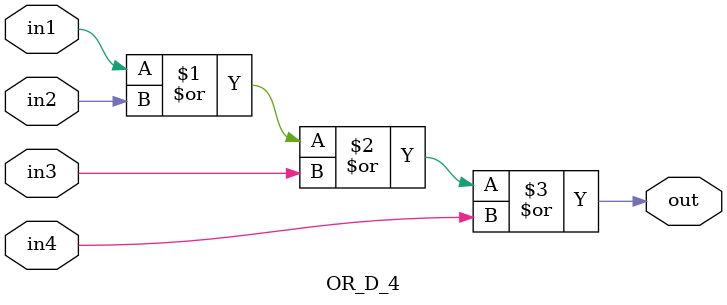
<source format=v>
`timescale 1ns / 1ps
`define	D		0	// definition of the delay

// Delayed OR gate

module OR_D_4(out, in1, in2, in3, in4);

input in1, in2, in3, in4;
output out;

or		#`D		or1 (out, in1, in2, in3, in4);


endmodule


</source>
